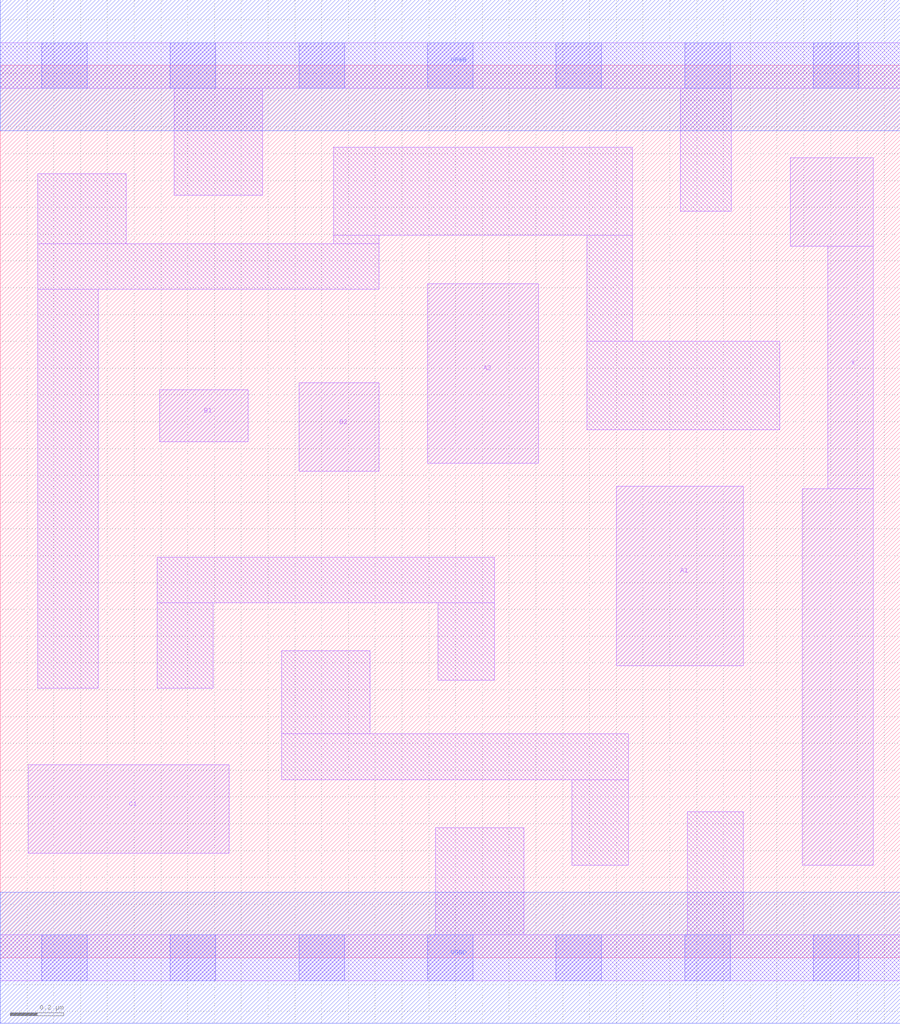
<source format=lef>
# Copyright 2020 The SkyWater PDK Authors
#
# Licensed under the Apache License, Version 2.0 (the "License");
# you may not use this file except in compliance with the License.
# You may obtain a copy of the License at
#
#     https://www.apache.org/licenses/LICENSE-2.0
#
# Unless required by applicable law or agreed to in writing, software
# distributed under the License is distributed on an "AS IS" BASIS,
# WITHOUT WARRANTIES OR CONDITIONS OF ANY KIND, either express or implied.
# See the License for the specific language governing permissions and
# limitations under the License.
#
# SPDX-License-Identifier: Apache-2.0

VERSION 5.7 ;
  NAMESCASESENSITIVE ON ;
  NOWIREEXTENSIONATPIN ON ;
  DIVIDERCHAR "/" ;
  BUSBITCHARS "[]" ;
UNITS
  DATABASE MICRONS 200 ;
END UNITS
MACRO sky130_fd_sc_lp__o221a_m
  CLASS CORE ;
  SOURCE USER ;
  FOREIGN sky130_fd_sc_lp__o221a_m ;
  ORIGIN  0.000000  0.000000 ;
  SIZE  3.360000 BY  3.330000 ;
  SYMMETRY X Y R90 ;
  SITE unit ;
  PIN A1
    ANTENNAGATEAREA  0.126000 ;
    DIRECTION INPUT ;
    USE SIGNAL ;
    PORT
      LAYER li1 ;
        RECT 2.300000 1.090000 2.775000 1.760000 ;
    END
  END A1
  PIN A2
    ANTENNAGATEAREA  0.126000 ;
    DIRECTION INPUT ;
    USE SIGNAL ;
    PORT
      LAYER li1 ;
        RECT 1.595000 1.845000 2.010000 2.515000 ;
    END
  END A2
  PIN B1
    ANTENNAGATEAREA  0.126000 ;
    DIRECTION INPUT ;
    USE SIGNAL ;
    PORT
      LAYER li1 ;
        RECT 0.595000 1.925000 0.925000 2.120000 ;
    END
  END B1
  PIN B2
    ANTENNAGATEAREA  0.126000 ;
    DIRECTION INPUT ;
    USE SIGNAL ;
    PORT
      LAYER li1 ;
        RECT 1.115000 1.815000 1.415000 2.145000 ;
    END
  END B2
  PIN C1
    ANTENNAGATEAREA  0.126000 ;
    DIRECTION INPUT ;
    USE SIGNAL ;
    PORT
      LAYER li1 ;
        RECT 0.105000 0.390000 0.855000 0.720000 ;
    END
  END C1
  PIN X
    ANTENNADIFFAREA  0.222600 ;
    DIRECTION OUTPUT ;
    USE SIGNAL ;
    PORT
      LAYER li1 ;
        RECT 2.950000 2.655000 3.260000 2.985000 ;
        RECT 2.995000 0.345000 3.260000 1.750000 ;
        RECT 3.090000 1.750000 3.260000 2.655000 ;
    END
  END X
  PIN VGND
    DIRECTION INOUT ;
    USE GROUND ;
    PORT
      LAYER met1 ;
        RECT 0.000000 -0.245000 3.360000 0.245000 ;
    END
  END VGND
  PIN VPWR
    DIRECTION INOUT ;
    USE POWER ;
    PORT
      LAYER met1 ;
        RECT 0.000000 3.085000 3.360000 3.575000 ;
    END
  END VPWR
  OBS
    LAYER li1 ;
      RECT 0.000000 -0.085000 3.360000 0.085000 ;
      RECT 0.000000  3.245000 3.360000 3.415000 ;
      RECT 0.140000  1.005000 0.365000 2.495000 ;
      RECT 0.140000  2.495000 1.415000 2.665000 ;
      RECT 0.140000  2.665000 0.470000 2.925000 ;
      RECT 0.585000  1.005000 0.795000 1.325000 ;
      RECT 0.585000  1.325000 1.845000 1.495000 ;
      RECT 0.650000  2.845000 0.980000 3.245000 ;
      RECT 1.050000  0.665000 2.345000 0.835000 ;
      RECT 1.050000  0.835000 1.380000 1.145000 ;
      RECT 1.245000  2.665000 1.415000 2.695000 ;
      RECT 1.245000  2.695000 2.360000 3.025000 ;
      RECT 1.625000  0.085000 1.955000 0.485000 ;
      RECT 1.635000  1.035000 1.845000 1.325000 ;
      RECT 2.135000  0.345000 2.345000 0.665000 ;
      RECT 2.190000  1.970000 2.910000 2.300000 ;
      RECT 2.190000  2.300000 2.360000 2.695000 ;
      RECT 2.540000  2.785000 2.730000 3.245000 ;
      RECT 2.565000  0.085000 2.775000 0.545000 ;
    LAYER mcon ;
      RECT 0.155000 -0.085000 0.325000 0.085000 ;
      RECT 0.155000  3.245000 0.325000 3.415000 ;
      RECT 0.635000 -0.085000 0.805000 0.085000 ;
      RECT 0.635000  3.245000 0.805000 3.415000 ;
      RECT 1.115000 -0.085000 1.285000 0.085000 ;
      RECT 1.115000  3.245000 1.285000 3.415000 ;
      RECT 1.595000 -0.085000 1.765000 0.085000 ;
      RECT 1.595000  3.245000 1.765000 3.415000 ;
      RECT 2.075000 -0.085000 2.245000 0.085000 ;
      RECT 2.075000  3.245000 2.245000 3.415000 ;
      RECT 2.555000 -0.085000 2.725000 0.085000 ;
      RECT 2.555000  3.245000 2.725000 3.415000 ;
      RECT 3.035000 -0.085000 3.205000 0.085000 ;
      RECT 3.035000  3.245000 3.205000 3.415000 ;
  END
END sky130_fd_sc_lp__o221a_m

</source>
